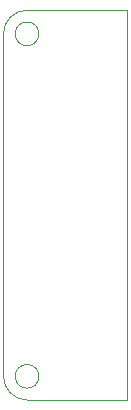
<source format=gm1>
%TF.GenerationSoftware,KiCad,Pcbnew,(5.1.10)-1*%
%TF.CreationDate,2021-12-14T10:57:29+01:00*%
%TF.ProjectId,MovuinoShieldPressure,4d6f7675-696e-46f5-9368-69656c645072,1.0*%
%TF.SameCoordinates,Original*%
%TF.FileFunction,Profile,NP*%
%FSLAX46Y46*%
G04 Gerber Fmt 4.6, Leading zero omitted, Abs format (unit mm)*
G04 Created by KiCad (PCBNEW (5.1.10)-1) date 2021-12-14 10:57:29*
%MOMM*%
%LPD*%
G01*
G04 APERTURE LIST*
%TA.AperFunction,Profile*%
%ADD10C,0.050000*%
%TD*%
G04 APERTURE END LIST*
D10*
X103000000Y-32000000D02*
G75*
G03*
X103000000Y-32000000I-1000000J0D01*
G01*
X102000000Y-63000000D02*
G75*
G02*
X100000000Y-61000000I0J2000000D01*
G01*
X103000000Y-61000000D02*
G75*
G03*
X103000000Y-61000000I-1000000J0D01*
G01*
X102000000Y-30000000D02*
X110500000Y-30000000D01*
X100000000Y-32000000D02*
G75*
G02*
X102000000Y-30000000I2000000J0D01*
G01*
X100000000Y-32000000D02*
X100000000Y-61000000D01*
X110500000Y-63000000D02*
X102000000Y-63000000D01*
X110500000Y-30000000D02*
X110500000Y-63000000D01*
M02*

</source>
